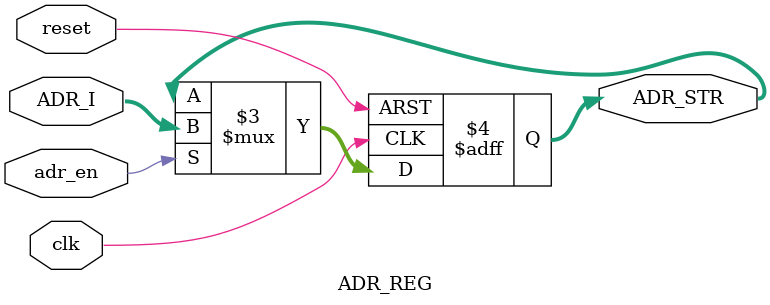
<source format=v>
module ADR_REG #(parameter ADDRESS_LENGTH=32) 
    (
	input clk, reset,
	input [ADDRESS_LENGTH-1:0] ADR_I,
	input adr_en,
	output reg [ADDRESS_LENGTH-1:0] ADR_STR);

	always @(posedge clk, negedge reset)
		begin
			if(~reset)
				ADR_STR <= 32'b0;

			else
				ADR_STR <= adr_en? ADR_I : ADR_STR;
		end
endmodule


</source>
